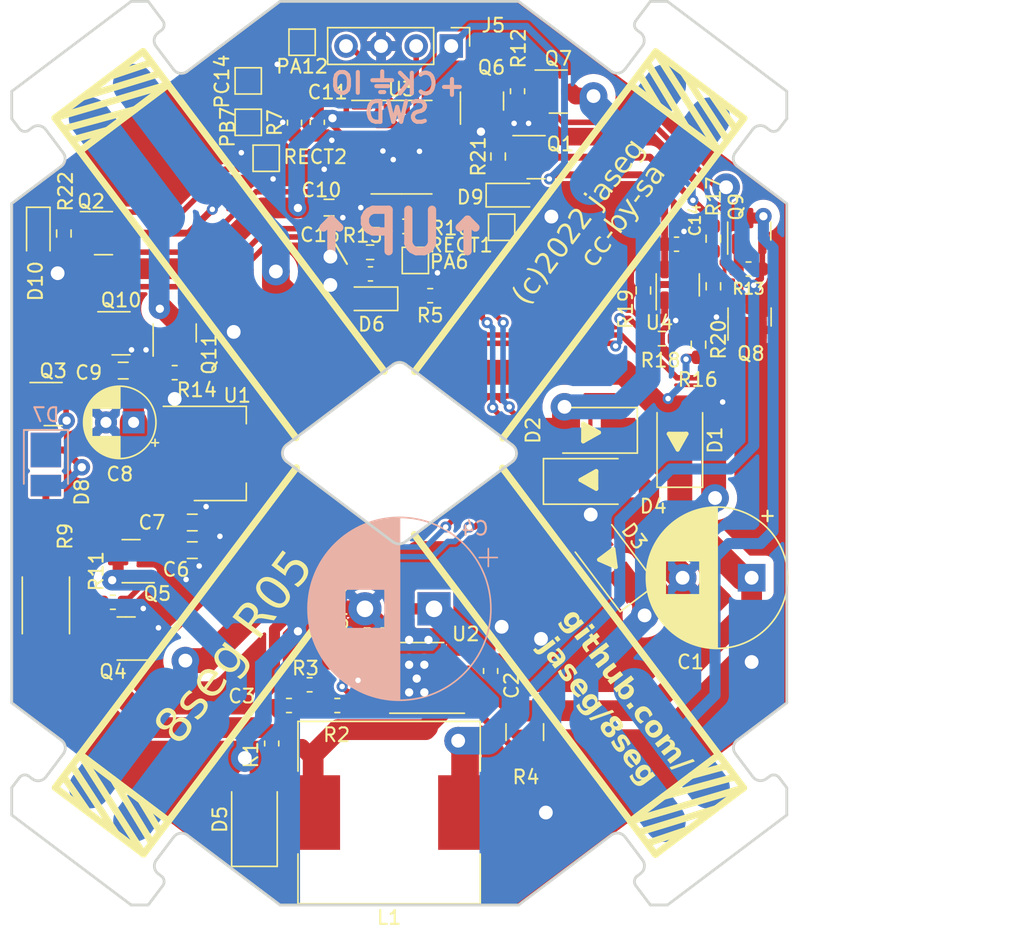
<source format=kicad_pcb>
(kicad_pcb (version 20220427) (generator pcbnew)

  (general
    (thickness 1.6)
  )

  (paper "A4")
  (layers
    (0 "F.Cu" signal)
    (31 "B.Cu" signal)
    (32 "B.Adhes" user "B.Adhesive")
    (33 "F.Adhes" user "F.Adhesive")
    (34 "B.Paste" user)
    (35 "F.Paste" user)
    (36 "B.SilkS" user "B.Silkscreen")
    (37 "F.SilkS" user "F.Silkscreen")
    (38 "B.Mask" user)
    (39 "F.Mask" user)
    (40 "Dwgs.User" user "User.Drawings")
    (41 "Cmts.User" user "User.Comments")
    (42 "Eco1.User" user "User.Eco1")
    (43 "Eco2.User" user "User.Eco2")
    (44 "Edge.Cuts" user)
    (45 "Margin" user)
    (46 "B.CrtYd" user "B.Courtyard")
    (47 "F.CrtYd" user "F.Courtyard")
    (48 "B.Fab" user)
    (49 "F.Fab" user)
  )

  (setup
    (stackup
      (layer "F.SilkS" (type "Top Silk Screen"))
      (layer "F.Paste" (type "Top Solder Paste"))
      (layer "F.Mask" (type "Top Solder Mask") (thickness 0.01))
      (layer "F.Cu" (type "copper") (thickness 0.035))
      (layer "dielectric 1" (type "core") (thickness 1.51) (material "FR4") (epsilon_r 4.5) (loss_tangent 0.02))
      (layer "B.Cu" (type "copper") (thickness 0.035))
      (layer "B.Mask" (type "Bottom Solder Mask") (thickness 0.01))
      (layer "B.Paste" (type "Bottom Solder Paste"))
      (layer "B.SilkS" (type "Bottom Silk Screen"))
      (copper_finish "None")
      (dielectric_constraints no)
    )
    (pad_to_mask_clearance 0)
    (pcbplotparams
      (layerselection 0x00010fc_ffffffff)
      (plot_on_all_layers_selection 0x0000000_00000000)
      (disableapertmacros false)
      (usegerberextensions false)
      (usegerberattributes false)
      (usegerberadvancedattributes false)
      (creategerberjobfile false)
      (dashed_line_dash_ratio 12.000000)
      (dashed_line_gap_ratio 3.000000)
      (svgprecision 6)
      (plotframeref false)
      (viasonmask false)
      (mode 1)
      (useauxorigin false)
      (hpglpennumber 1)
      (hpglpenspeed 20)
      (hpglpendiameter 15.000000)
      (dxfpolygonmode true)
      (dxfimperialunits true)
      (dxfusepcbnewfont true)
      (psnegative false)
      (psa4output false)
      (plotreference true)
      (plotvalue true)
      (plotinvisibletext false)
      (sketchpadsonfab false)
      (subtractmaskfromsilk false)
      (outputformat 1)
      (mirror false)
      (drillshape 0)
      (scaleselection 1)
      (outputdirectory "gerber")
    )
  )

  (net 0 "")
  (net 1 "+12V")
  (net 2 "GND")
  (net 3 "+3V3")
  (net 4 "Net-(Q4-D)")
  (net 5 "Net-(D5-K)")
  (net 6 "Net-(U2-FB)")
  (net 7 "/Vmeas_A")
  (net 8 "Net-(Q6-D)")
  (net 9 "/CH2")
  (net 10 "/CH3")
  (net 11 "/Q2")
  (net 12 "/Q0")
  (net 13 "/Q3")
  (net 14 "/Q1")
  (net 15 "/SWCLK")
  (net 16 "/SWDIO")
  (net 17 "/CH0")
  (net 18 "/LOAD")
  (net 19 "/CH1")
  (net 20 "+VSW")
  (net 21 "Net-(Q8-D)")
  (net 22 "Net-(D7-K)")
  (net 23 "Net-(Q10-D)")
  (net 24 "Net-(R7-Pad1)")
  (net 25 "/ILIM")
  (net 26 "/PAD")
  (net 27 "Net-(D7-A)")
  (net 28 "Net-(C3-Pad1)")
  (net 29 "Net-(D8-A)")
  (net 30 "/TX_POK")
  (net 31 "/TX_EN")
  (net 32 "/Vdiff")
  (net 33 "/RECT1")
  (net 34 "/RECT2")
  (net 35 "Net-(U2-BS)")
  (net 36 "Net-(U3-PC14/PB9)")
  (net 37 "Net-(U4-+)")
  (net 38 "Net-(U4--)")
  (net 39 "/VIN_A")
  (net 40 "/VIN_B")
  (net 41 "Net-(U3-PA12/PA10)")
  (net 42 "Net-(U3-PA6)")
  (net 43 "Net-(U3-PB7/PB8)")

  (footprint "Capacitors_SMD:C_0603_HandSoldering" (layer "F.Cu") (at 162.95 106.975))

  (footprint "Capacitors_SMD:C_0603_HandSoldering" (layer "F.Cu") (at 162.95 104.975))

  (footprint "Capacitors_SMD:C_0603_HandSoldering" (layer "F.Cu") (at 157.95 93.975))

  (footprint "Capacitors_SMD:C_0603_HandSoldering" (layer "F.Cu") (at 172.85 82.175))

  (footprint "Diode_SMD:D_SMA" (layer "F.Cu") (at 191.775 98.3 180))

  (footprint "center:led_tape_3528_2835" (layer "F.Cu") (at 199.675 126.6 -143))

  (footprint "center:led_tape_3528_2835" (layer "F.Cu") (at 156.225 126.575 143))

  (footprint "Pin_Headers:Pin_Header_Straight_1x04_Pitch2.54mm" (layer "F.Cu") (at 181.7 70.475 -90))

  (footprint "Resistor_SMD:R_0603_1608Metric_Pad1.05x0.95mm_HandSolder" (layer "F.Cu") (at 180.175 88.55 180))

  (footprint "Resistor_SMD:R_0603_1608Metric_Pad1.05x0.95mm_HandSolder" (layer "F.Cu") (at 170.35 76.025 90))

  (footprint "Package_TO_SOT_SMD:SOT-223" (layer "F.Cu") (at 164.95 99.975))

  (footprint "Capacitor_THT:CP_Radial_D5.0mm_P2.00mm" (layer "F.Cu") (at 158.7 97.725 180))

  (footprint "Diode_SMD:D_SMA" (layer "F.Cu") (at 198.25 99.025 90))

  (footprint "Diode_SMD:D_SMA" (layer "F.Cu") (at 193.2 107.725 127))

  (footprint "Diode_SMD:D_SMA" (layer "F.Cu") (at 191.775 102))

  (footprint "center:led_tape_3528_2835" (layer "F.Cu") (at 199.7 73.3 -37))

  (footprint "center:led_tape_3528_2835" (layer "F.Cu") (at 156.2 73.275 37))

  (footprint "Diode_SMD:D_SMA" (layer "F.Cu") (at 167.45 126.475 90))

  (footprint "Capacitor_SMD:C_0603_1608Metric_Pad1.05x0.95mm_HandSolder" (layer "F.Cu") (at 172.7 114.225 90))

  (footprint "Resistor_SMD:R_0603_1608Metric_Pad1.05x0.95mm_HandSolder" (layer "F.Cu") (at 173.45 118.225))

  (footprint "Resistor_SMD:R_0603_1608Metric_Pad1.05x0.95mm_HandSolder" (layer "F.Cu") (at 171.445088 116.725))

  (footprint "Resistor_SMD:R_0603_1608Metric_Pad1.05x0.95mm_HandSolder" (layer "F.Cu") (at 174.45 114.225 90))

  (footprint "Resistor_SMD:R_2512_6332Metric_Pad1.52x3.35mm_HandSolder" (layer "F.Cu") (at 152.35 110.975 90))

  (footprint "Resistor_SMD:R_0603_1608Metric_Pad1.05x0.95mm_HandSolder" (layer "F.Cu") (at 168.7 120.975 -90))

  (footprint "Inductor_SMD:L_Neosid_SM-NE127_HandSoldering" (layer "F.Cu") (at 177.2 125.975 180))

  (footprint "Package_SO:SOIC-8-1EP_3.9x4.9mm_P1.27mm_EP2.29x3mm" (layer "F.Cu") (at 179.2 116.225 180))

  (footprint "Capacitor_SMD:C_0603_1608Metric_Pad1.05x0.95mm_HandSolder" (layer "F.Cu") (at 184.55 115.725 90))

  (footprint "Capacitor_SMD:C_0603_1608Metric_Pad1.05x0.95mm_HandSolder" (layer "F.Cu") (at 169.95 118.225 180))

  (footprint "Resistor_SMD:R_1210_3225Metric" (layer "F.Cu") (at 187.025 120.15 90))

  (footprint "Diode_SMD:D_SOD-323_HandSoldering" (layer "F.Cu") (at 175.925 88.775 180))

  (footprint "Capacitor_THT:CP_Radial_D10.0mm_P5.00mm" (layer "F.Cu") (at 203.45 108.975 180))

  (footprint "Resistor_SMD:R_0603_1608Metric_Pad1.05x0.95mm_HandSolder" (layer "F.Cu") (at 186.5 73.75 90))

  (footprint "Resistor_SMD:R_0603_1608Metric_Pad1.05x0.95mm_HandSolder" (layer "F.Cu") (at 203.225 86.625 180))

  (footprint "Resistor_SMD:R_0603_1608Metric_Pad1.05x0.95mm_HandSolder" (layer "F.Cu") (at 161.675 94.125 180))

  (footprint "Resistor_SMD:R_0603_1608Metric_Pad1.05x0.95mm_HandSolder" (layer "F.Cu") (at 157.2 110.75))

  (footprint "LED_SMD:LED_PLCC_2835_Handsoldering" (layer "F.Cu") (at 152.35 100.775 -90))

  (footprint "TestPoint:TestPoint_Pad_1.5x1.5mm" (layer "F.Cu") (at 167 76))

  (footprint "TestPoint:TestPoint_Pad_1.5x1.5mm" (layer "F.Cu") (at 179.1 86))

  (footprint "Package_TO_SOT_SMD:SOT-23" (layer "F.Cu") (at 203.3 90.095 90))

  (footprint "Resistor_SMD:R_0603_1608Metric_Pad0.98x0.95mm_HandSolder" (layer "F.Cu") (at 200.68 87.875 -90))

  (footprint "Resistor_SMD:R_0603_1608Metric_Pad0.98x0.95mm_HandSolder" (layer "F.Cu") (at 195.61 88.175 90))

  (footprint "Package_TO_SOT_SMD:SOT-23" (layer "F.Cu")
    (tstamp 24e829a7-d9bd-4e07-b3e7-9ff26d919134)
    (at 157.79 91.275)
    (descr "SOT, 3 Pin (https://www.jedec.org/system/files/docs/to-236h.pdf variant AB), generated with kicad-footprint-generator ipc_gullwing_generator.py")
    (tags "SOT TO_SOT_SMD")
    (property "Sheetfile" "center.kicad_sch")
    (property "Sheetname" "")
    (property "ki_description" "30V Vds, 5.7A Id, N-Channel MOSFET, SOT-23")
    (property "ki_keywords" "N-Channel MOSFET")
    (path "/590fb119-a9f0-44e3-87a0-aec3a61af02a")
    (attr smd)
    (fp_text reference "Q10" (at 0 -2.4) (layer "F.SilkS")
        (effects (font (size 1 1) (thickness 0.15)))
      (tstamp 7fefe1a7-2bff-4c6b-b01e-50aa42ae0b52)
    )
    (fp_text value "AO3400A" (at 0 2.4) (layer "F.Fab")
        (effects (font (size 1 1) (thickness 0.15)))
      (tstamp f94bae46-c234-470b-b64a-aee9b6e96b3d)
    )
    (fp_text user "${REFERENCE}" (at 0 0) (layer "F.Fab")
        (effects (font (size 0.32 0.32) (thickness 0.05)))
      (tstamp 434bbebb-a91c-4baa-9d06-0ce7f2def56c)
    )
    (fp_line (start 0 -1.56) (end -1.675 -1.56)
      (stroke (width 0.12) (type solid)) (layer "F.SilkS") (tstamp 026ba9f3-9025-4afa-b9bb-cc583ce7bbb7))
    (fp_line (start 0 -1.56) (end 0.65 -1.56)
      (stroke (width 0.12) (type solid)) (layer "F.SilkS") (tstamp 7a28c5c2-a21c-49d5-984d-b5b2612f9f91))
    (fp_line (start 0 1.56) (end -0.65 1.56)
      (stroke (width 0.12) (type solid)) (layer "F.SilkS") (tstamp d32439ca-fef5-4eca-b063-6e89cc3f7a51))
    (fp_line (start 0 1.56) (end 0.65 1.56)
      (stroke (width 0.12) (type solid)) (layer "F.SilkS") (tstamp 098111c8-fd7d-4ef9-95f1-cf7dfb95c600))
    (fp_line (start -1.92 -1.7) (end -1.92 1.7)
      (stroke (width 0.05) (type solid)) (layer "F.CrtYd") (tstamp 6cc90164-8ca9
... [1184860 chars truncated]
</source>
